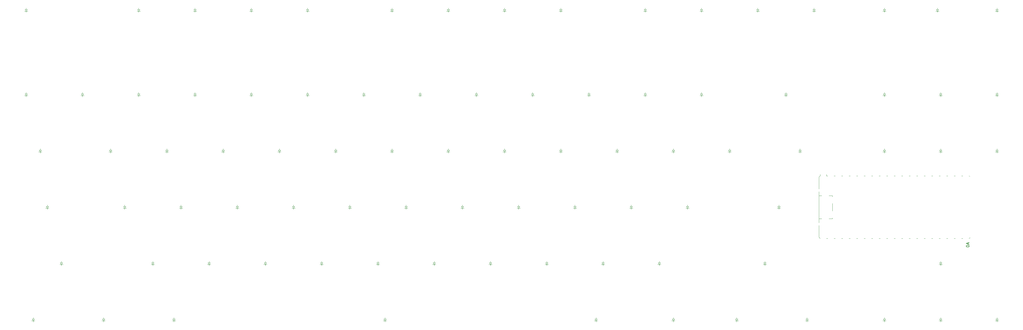
<source format=gbr>
%TF.GenerationSoftware,KiCad,Pcbnew,9.0.6*%
%TF.CreationDate,2025-12-11T01:20:01-06:00*%
%TF.ProjectId,KeyboardPCB,4b657962-6f61-4726-9450-43422e6b6963,rev?*%
%TF.SameCoordinates,Original*%
%TF.FileFunction,Legend,Bot*%
%TF.FilePolarity,Positive*%
%FSLAX46Y46*%
G04 Gerber Fmt 4.6, Leading zero omitted, Abs format (unit mm)*
G04 Created by KiCad (PCBNEW 9.0.6) date 2025-12-11 01:20:01*
%MOMM*%
%LPD*%
G01*
G04 APERTURE LIST*
%ADD10C,0.150000*%
%ADD11C,0.100000*%
%ADD12C,0.120000*%
G04 APERTURE END LIST*
D10*
X363389104Y-113636660D02*
X363389104Y-114112850D01*
X363674819Y-113541422D02*
X362674819Y-113874755D01*
X362674819Y-113874755D02*
X363674819Y-114208088D01*
X362674819Y-114731898D02*
X362674819Y-114827136D01*
X362674819Y-114827136D02*
X362722438Y-114922374D01*
X362722438Y-114922374D02*
X362770057Y-114969993D01*
X362770057Y-114969993D02*
X362865295Y-115017612D01*
X362865295Y-115017612D02*
X363055771Y-115065231D01*
X363055771Y-115065231D02*
X363293866Y-115065231D01*
X363293866Y-115065231D02*
X363484342Y-115017612D01*
X363484342Y-115017612D02*
X363579580Y-114969993D01*
X363579580Y-114969993D02*
X363627200Y-114922374D01*
X363627200Y-114922374D02*
X363674819Y-114827136D01*
X363674819Y-114827136D02*
X363674819Y-114731898D01*
X363674819Y-114731898D02*
X363627200Y-114636660D01*
X363627200Y-114636660D02*
X363579580Y-114589041D01*
X363579580Y-114589041D02*
X363484342Y-114541422D01*
X363484342Y-114541422D02*
X363293866Y-114493803D01*
X363293866Y-114493803D02*
X363055771Y-114493803D01*
X363055771Y-114493803D02*
X362865295Y-114541422D01*
X362865295Y-114541422D02*
X362770057Y-114589041D01*
X362770057Y-114589041D02*
X362722438Y-114636660D01*
X362722438Y-114636660D02*
X362674819Y-114731898D01*
D11*
%TO.C,D37*%
X110725000Y-82300000D02*
X111125000Y-82900000D01*
X111125000Y-82300000D02*
X111125000Y-81800000D01*
X111125000Y-82900000D02*
X111525000Y-82300000D01*
X111125000Y-83300000D02*
X111125000Y-82900000D01*
X111525000Y-82300000D02*
X110725000Y-82300000D01*
X111675000Y-82900000D02*
X110575000Y-82900000D01*
%TO.C,D11*%
X272650000Y-34675000D02*
X273050000Y-35275000D01*
X273050000Y-34675000D02*
X273050000Y-34175000D01*
X273050000Y-35275000D02*
X273450000Y-34675000D01*
X273050000Y-35675000D02*
X273050000Y-35275000D01*
X273450000Y-34675000D02*
X272650000Y-34675000D01*
X273600000Y-35275000D02*
X272500000Y-35275000D01*
%TO.C,D19*%
X82150000Y-63250000D02*
X82550000Y-63850000D01*
X82550000Y-63250000D02*
X82550000Y-62750000D01*
X82550000Y-63850000D02*
X82950000Y-63250000D01*
X82550000Y-64250000D02*
X82550000Y-63850000D01*
X82950000Y-63250000D02*
X82150000Y-63250000D01*
X83100000Y-63850000D02*
X82000000Y-63850000D01*
%TO.C,D25*%
X196450000Y-63250000D02*
X196850000Y-63850000D01*
X196850000Y-63250000D02*
X196850000Y-62750000D01*
X196850000Y-63850000D02*
X197250000Y-63250000D01*
X196850000Y-64250000D02*
X196850000Y-63850000D01*
X197250000Y-63250000D02*
X196450000Y-63250000D01*
X197400000Y-63850000D02*
X196300000Y-63850000D01*
%TO.C,D26*%
X215500000Y-63250000D02*
X215900000Y-63850000D01*
X215900000Y-63250000D02*
X215900000Y-62750000D01*
X215900000Y-63850000D02*
X216300000Y-63250000D01*
X215900000Y-64250000D02*
X215900000Y-63850000D01*
X216300000Y-63250000D02*
X215500000Y-63250000D01*
X216450000Y-63850000D02*
X215350000Y-63850000D01*
%TO.C,D2*%
X82150000Y-34675000D02*
X82550000Y-35275000D01*
X82550000Y-34675000D02*
X82550000Y-34175000D01*
X82550000Y-35275000D02*
X82950000Y-34675000D01*
X82550000Y-35675000D02*
X82550000Y-35275000D01*
X82950000Y-34675000D02*
X82150000Y-34675000D01*
X83100000Y-35275000D02*
X82000000Y-35275000D01*
%TO.C,D33*%
X372662500Y-63250000D02*
X373062500Y-63850000D01*
X373062500Y-63250000D02*
X373062500Y-62750000D01*
X373062500Y-63850000D02*
X373462500Y-63250000D01*
X373062500Y-64250000D02*
X373062500Y-63850000D01*
X373462500Y-63250000D02*
X372662500Y-63250000D01*
X373612500Y-63850000D02*
X372512500Y-63850000D01*
%TO.C,D71*%
X201212500Y-120400000D02*
X201612500Y-121000000D01*
X201612500Y-120400000D02*
X201612500Y-119900000D01*
X201612500Y-121000000D02*
X202012500Y-120400000D01*
X201612500Y-121400000D02*
X201612500Y-121000000D01*
X202012500Y-120400000D02*
X201212500Y-120400000D01*
X202162500Y-121000000D02*
X201062500Y-121000000D01*
%TO.C,D22*%
X139300000Y-63250000D02*
X139700000Y-63850000D01*
X139700000Y-63250000D02*
X139700000Y-62750000D01*
X139700000Y-63850000D02*
X140100000Y-63250000D01*
X139700000Y-64250000D02*
X139700000Y-63850000D01*
X140100000Y-63250000D02*
X139300000Y-63250000D01*
X140250000Y-63850000D02*
X139150000Y-63850000D01*
%TO.C,D42*%
X205975000Y-82300000D02*
X206375000Y-82900000D01*
X206375000Y-82300000D02*
X206375000Y-81800000D01*
X206375000Y-82900000D02*
X206775000Y-82300000D01*
X206375000Y-83300000D02*
X206375000Y-82900000D01*
X206775000Y-82300000D02*
X205975000Y-82300000D01*
X206925000Y-82900000D02*
X205825000Y-82900000D01*
%TO.C,D38*%
X129775000Y-82300000D02*
X130175000Y-82900000D01*
X130175000Y-82300000D02*
X130175000Y-81800000D01*
X130175000Y-82900000D02*
X130575000Y-82300000D01*
X130175000Y-83300000D02*
X130175000Y-82900000D01*
X130575000Y-82300000D02*
X129775000Y-82300000D01*
X130725000Y-82900000D02*
X129625000Y-82900000D01*
%TO.C,D54*%
X115487500Y-101350000D02*
X115887500Y-101950000D01*
X115887500Y-101350000D02*
X115887500Y-100850000D01*
X115887500Y-101950000D02*
X116287500Y-101350000D01*
X115887500Y-102350000D02*
X115887500Y-101950000D01*
X116287500Y-101350000D02*
X115487500Y-101350000D01*
X116437500Y-101950000D02*
X115337500Y-101950000D01*
%TO.C,D4*%
X120250000Y-34675000D02*
X120650000Y-35275000D01*
X120650000Y-34675000D02*
X120650000Y-34175000D01*
X120650000Y-35275000D02*
X121050000Y-34675000D01*
X120650000Y-35675000D02*
X120650000Y-35275000D01*
X121050000Y-34675000D02*
X120250000Y-34675000D01*
X121200000Y-35275000D02*
X120100000Y-35275000D01*
%TO.C,D61*%
X248837500Y-101350000D02*
X249237500Y-101950000D01*
X249237500Y-101350000D02*
X249237500Y-100850000D01*
X249237500Y-101950000D02*
X249637500Y-101350000D01*
X249237500Y-102350000D02*
X249237500Y-101950000D01*
X249637500Y-101350000D02*
X248837500Y-101350000D01*
X249787500Y-101950000D02*
X248687500Y-101950000D01*
%TO.C,D85*%
X334562500Y-139450000D02*
X334962500Y-140050000D01*
X334962500Y-139450000D02*
X334962500Y-138950000D01*
X334962500Y-140050000D02*
X335362500Y-139450000D01*
X334962500Y-140450000D02*
X334962500Y-140050000D01*
X335362500Y-139450000D02*
X334562500Y-139450000D01*
X335512500Y-140050000D02*
X334412500Y-140050000D01*
%TO.C,D36*%
X91675000Y-82300000D02*
X92075000Y-82900000D01*
X92075000Y-82300000D02*
X92075000Y-81800000D01*
X92075000Y-82900000D02*
X92475000Y-82300000D01*
X92075000Y-83300000D02*
X92075000Y-82900000D01*
X92475000Y-82300000D02*
X91675000Y-82300000D01*
X92625000Y-82900000D02*
X91525000Y-82900000D01*
%TO.C,D87*%
X372662500Y-139450000D02*
X373062500Y-140050000D01*
X373062500Y-139450000D02*
X373062500Y-138950000D01*
X373062500Y-140050000D02*
X373462500Y-139450000D01*
X373062500Y-140450000D02*
X373062500Y-140050000D01*
X373462500Y-139450000D02*
X372662500Y-139450000D01*
X373612500Y-140050000D02*
X372512500Y-140050000D01*
%TO.C,D3*%
X101200000Y-34675000D02*
X101600000Y-35275000D01*
X101600000Y-34675000D02*
X101600000Y-34175000D01*
X101600000Y-35275000D02*
X102000000Y-34675000D01*
X101600000Y-35675000D02*
X101600000Y-35275000D01*
X102000000Y-34675000D02*
X101200000Y-34675000D01*
X102150000Y-35275000D02*
X101050000Y-35275000D01*
%TO.C,D14*%
X334562500Y-34675000D02*
X334962500Y-35275000D01*
X334962500Y-34675000D02*
X334962500Y-34175000D01*
X334962500Y-35275000D02*
X335362500Y-34675000D01*
X334962500Y-35675000D02*
X334962500Y-35275000D01*
X335362500Y-34675000D02*
X334562500Y-34675000D01*
X335512500Y-35275000D02*
X334412500Y-35275000D01*
%TO.C,D55*%
X134537500Y-101350000D02*
X134937500Y-101950000D01*
X134937500Y-101350000D02*
X134937500Y-100850000D01*
X134937500Y-101950000D02*
X135337500Y-101350000D01*
X134937500Y-102350000D02*
X134937500Y-101950000D01*
X135337500Y-101350000D02*
X134537500Y-101350000D01*
X135487500Y-101950000D02*
X134387500Y-101950000D01*
%TO.C,D62*%
X267887500Y-101350000D02*
X268287500Y-101950000D01*
X268287500Y-101350000D02*
X268287500Y-100850000D01*
X268287500Y-101950000D02*
X268687500Y-101350000D01*
X268287500Y-102350000D02*
X268287500Y-101950000D01*
X268687500Y-101350000D02*
X267887500Y-101350000D01*
X268837500Y-101950000D02*
X267737500Y-101950000D01*
%TO.C,D27*%
X234550000Y-63250000D02*
X234950000Y-63850000D01*
X234950000Y-63250000D02*
X234950000Y-62750000D01*
X234950000Y-63850000D02*
X235350000Y-63250000D01*
X234950000Y-64250000D02*
X234950000Y-63850000D01*
X235350000Y-63250000D02*
X234550000Y-63250000D01*
X235500000Y-63850000D02*
X234400000Y-63850000D01*
%TO.C,D30*%
X301225000Y-63250000D02*
X301625000Y-63850000D01*
X301625000Y-63250000D02*
X301625000Y-62750000D01*
X301625000Y-63850000D02*
X302025000Y-63250000D01*
X301625000Y-64250000D02*
X301625000Y-63850000D01*
X302025000Y-63250000D02*
X301225000Y-63250000D01*
X302175000Y-63850000D02*
X301075000Y-63850000D01*
%TO.C,D31*%
X334562500Y-63250000D02*
X334962500Y-63850000D01*
X334962500Y-63250000D02*
X334962500Y-62750000D01*
X334962500Y-63850000D02*
X335362500Y-63250000D01*
X334962500Y-64250000D02*
X334962500Y-63850000D01*
X335362500Y-63250000D02*
X334562500Y-63250000D01*
X335512500Y-63850000D02*
X334412500Y-63850000D01*
%TO.C,D77*%
X46431250Y-139450000D02*
X46831250Y-140050000D01*
X46831250Y-139450000D02*
X46831250Y-138950000D01*
X46831250Y-140050000D02*
X47231250Y-139450000D01*
X46831250Y-140450000D02*
X46831250Y-140050000D01*
X47231250Y-139450000D02*
X46431250Y-139450000D01*
X47381250Y-140050000D02*
X46281250Y-140050000D01*
%TO.C,D66*%
X105962500Y-120400000D02*
X106362500Y-121000000D01*
X106362500Y-120400000D02*
X106362500Y-119900000D01*
X106362500Y-121000000D02*
X106762500Y-120400000D01*
X106362500Y-121400000D02*
X106362500Y-121000000D01*
X106762500Y-120400000D02*
X105962500Y-120400000D01*
X106912500Y-121000000D02*
X105812500Y-121000000D01*
%TO.C,D12*%
X291700000Y-34675000D02*
X292100000Y-35275000D01*
X292100000Y-34675000D02*
X292100000Y-34175000D01*
X292100000Y-35275000D02*
X292500000Y-34675000D01*
X292100000Y-35675000D02*
X292100000Y-35275000D01*
X292500000Y-34675000D02*
X291700000Y-34675000D01*
X292650000Y-35275000D02*
X291550000Y-35275000D01*
D12*
%TO.C,A0*%
X312845000Y-91600000D02*
X312845000Y-94090000D01*
X312845000Y-94090000D02*
X312845000Y-95437940D01*
X312845000Y-96362061D02*
X312845000Y-97365000D01*
X312845000Y-97365000D02*
X312845000Y-105835000D01*
X312845000Y-97700000D02*
X313761000Y-97700000D01*
X312845000Y-105500000D02*
X313761000Y-105500000D01*
X312845000Y-105835000D02*
X312845000Y-106837939D01*
X312845000Y-107762061D02*
X312845000Y-109110000D01*
X312845000Y-111600000D02*
X312845000Y-109110000D01*
X313265000Y-91020324D02*
X313265000Y-90510000D01*
X315385000Y-90990000D02*
X315385000Y-90510000D01*
X315385000Y-90990000D02*
X315805000Y-90990000D01*
X315385000Y-112210000D02*
X315805000Y-112210000D01*
X316149000Y-97700000D02*
X317365000Y-97700000D01*
X316149000Y-105500000D02*
X317365000Y-105500000D01*
X317365000Y-97700000D02*
X317365000Y-97996090D01*
X317365000Y-100353910D02*
X317365000Y-102846090D01*
X317365000Y-105203910D02*
X317365000Y-105500000D01*
X317925000Y-90990000D02*
X318345000Y-90990000D01*
X317925000Y-112210000D02*
X318345000Y-112210000D01*
X320465000Y-90990000D02*
X320885000Y-90990000D01*
X320465000Y-112210000D02*
X320885000Y-112210000D01*
X323005000Y-90990000D02*
X323425000Y-90990000D01*
X323005000Y-112210000D02*
X323425000Y-112210000D01*
X325545000Y-90990000D02*
X325965000Y-90990000D01*
X325545000Y-112210000D02*
X325965000Y-112210000D01*
X328085000Y-90990000D02*
X328505000Y-90990000D01*
X328085000Y-112210000D02*
X328505000Y-112210000D01*
X330625000Y-90990000D02*
X331045000Y-90990000D01*
X330625000Y-112210000D02*
X331045000Y-112210000D01*
X333165000Y-90990000D02*
X333585000Y-90990000D01*
X333165000Y-112210000D02*
X333585000Y-112210000D01*
X335705000Y-90990000D02*
X336125000Y-90990000D01*
X335705000Y-112210000D02*
X336125000Y-112210000D01*
X338245000Y-90990000D02*
X338665000Y-90990000D01*
X338245000Y-112210000D02*
X338665000Y-112210000D01*
X340785000Y-90990000D02*
X341205000Y-90990000D01*
X340785000Y-112210000D02*
X341205000Y-112210000D01*
X343325000Y-90990000D02*
X343745000Y-90990000D01*
X343325000Y-112210000D02*
X343745000Y-112210000D01*
X345865000Y-90990000D02*
X346285000Y-90990000D01*
X345865000Y-112210000D02*
X346285000Y-112210000D01*
X348405000Y-90990000D02*
X348825000Y-90990000D01*
X348405000Y-112210000D02*
X348825000Y-112210000D01*
X350945000Y-90990000D02*
X351365000Y-90990000D01*
X350945000Y-112210000D02*
X351365000Y-112210000D01*
X353485000Y-90990000D02*
X353905000Y-90990000D01*
X353485000Y-112210000D02*
X353905000Y-112210000D01*
X356025000Y-90990000D02*
X356445000Y-90990000D01*
X356025000Y-112210000D02*
X356445000Y-112210000D01*
X358565000Y-90990000D02*
X358985000Y-90990000D01*
X358565000Y-112210000D02*
X358985000Y-112210000D01*
X361105000Y-90990000D02*
X361525000Y-90990000D01*
X361105000Y-112210000D02*
X361525000Y-112210000D01*
X312845000Y-91600000D02*
G75*
G02*
X313265000Y-91020324I610051J-16D01*
G01*
X313265063Y-112179676D02*
G75*
G02*
X312845000Y-111600000I189937J579676D01*
G01*
X363644937Y-91020324D02*
G75*
G02*
X363945000Y-91236682I-189945J-579686D01*
G01*
X363945000Y-111963318D02*
G75*
G02*
X363644937Y-112179676I-490000J363318D01*
G01*
D11*
%TO.C,D73*%
X239312500Y-120400000D02*
X239712500Y-121000000D01*
X239712500Y-120400000D02*
X239712500Y-119900000D01*
X239712500Y-121000000D02*
X240112500Y-120400000D01*
X239712500Y-121400000D02*
X239712500Y-121000000D01*
X240112500Y-120400000D02*
X239312500Y-120400000D01*
X240262500Y-121000000D02*
X239162500Y-121000000D01*
%TO.C,D75*%
X294081250Y-120400000D02*
X294481250Y-121000000D01*
X294481250Y-120400000D02*
X294481250Y-119900000D01*
X294481250Y-121000000D02*
X294881250Y-120400000D01*
X294481250Y-121400000D02*
X294481250Y-121000000D01*
X294881250Y-120400000D02*
X294081250Y-120400000D01*
X295031250Y-121000000D02*
X293931250Y-121000000D01*
%TO.C,D29*%
X272650000Y-63250000D02*
X273050000Y-63850000D01*
X273050000Y-63250000D02*
X273050000Y-62750000D01*
X273050000Y-63850000D02*
X273450000Y-63250000D01*
X273050000Y-64250000D02*
X273050000Y-63850000D01*
X273450000Y-63250000D02*
X272650000Y-63250000D01*
X273600000Y-63850000D02*
X272500000Y-63850000D01*
%TO.C,D82*%
X263125000Y-139450000D02*
X263525000Y-140050000D01*
X263525000Y-139450000D02*
X263525000Y-138950000D01*
X263525000Y-140050000D02*
X263925000Y-139450000D01*
X263525000Y-140450000D02*
X263525000Y-140050000D01*
X263925000Y-139450000D02*
X263125000Y-139450000D01*
X264075000Y-140050000D02*
X262975000Y-140050000D01*
%TO.C,D6*%
X167875000Y-34675000D02*
X168275000Y-35275000D01*
X168275000Y-34675000D02*
X168275000Y-34175000D01*
X168275000Y-35275000D02*
X168675000Y-34675000D01*
X168275000Y-35675000D02*
X168275000Y-35275000D01*
X168675000Y-34675000D02*
X167875000Y-34675000D01*
X168825000Y-35275000D02*
X167725000Y-35275000D01*
%TO.C,D10*%
X253600000Y-34675000D02*
X254000000Y-35275000D01*
X254000000Y-34675000D02*
X254000000Y-34175000D01*
X254000000Y-35275000D02*
X254400000Y-34675000D01*
X254000000Y-35675000D02*
X254000000Y-35275000D01*
X254400000Y-34675000D02*
X253600000Y-34675000D01*
X254550000Y-35275000D02*
X253450000Y-35275000D01*
%TO.C,D41*%
X186925000Y-82300000D02*
X187325000Y-82900000D01*
X187325000Y-82300000D02*
X187325000Y-81800000D01*
X187325000Y-82900000D02*
X187725000Y-82300000D01*
X187325000Y-83300000D02*
X187325000Y-82900000D01*
X187725000Y-82300000D02*
X186925000Y-82300000D01*
X187875000Y-82900000D02*
X186775000Y-82900000D01*
%TO.C,D60*%
X229787500Y-101350000D02*
X230187500Y-101950000D01*
X230187500Y-101350000D02*
X230187500Y-100850000D01*
X230187500Y-101950000D02*
X230587500Y-101350000D01*
X230187500Y-102350000D02*
X230187500Y-101950000D01*
X230587500Y-101350000D02*
X229787500Y-101350000D01*
X230737500Y-101950000D02*
X229637500Y-101950000D01*
%TO.C,D81*%
X236931250Y-139450000D02*
X237331250Y-140050000D01*
X237331250Y-139450000D02*
X237331250Y-138950000D01*
X237331250Y-140050000D02*
X237731250Y-139450000D01*
X237331250Y-140450000D02*
X237331250Y-140050000D01*
X237731250Y-139450000D02*
X236931250Y-139450000D01*
X237881250Y-140050000D02*
X236781250Y-140050000D01*
%TO.C,D28*%
X253600000Y-63250000D02*
X254000000Y-63850000D01*
X254000000Y-63250000D02*
X254000000Y-62750000D01*
X254000000Y-63850000D02*
X254400000Y-63250000D01*
X254000000Y-64250000D02*
X254000000Y-63850000D01*
X254400000Y-63250000D02*
X253600000Y-63250000D01*
X254550000Y-63850000D02*
X253450000Y-63850000D01*
%TO.C,D46*%
X282175000Y-82300000D02*
X282575000Y-82900000D01*
X282575000Y-82300000D02*
X282575000Y-81800000D01*
X282575000Y-82900000D02*
X282975000Y-82300000D01*
X282575000Y-83300000D02*
X282575000Y-82900000D01*
X282975000Y-82300000D02*
X282175000Y-82300000D01*
X283125000Y-82900000D02*
X282025000Y-82900000D01*
%TO.C,D8*%
X205975000Y-34675000D02*
X206375000Y-35275000D01*
X206375000Y-34675000D02*
X206375000Y-34175000D01*
X206375000Y-35275000D02*
X206775000Y-34675000D01*
X206375000Y-35675000D02*
X206375000Y-35275000D01*
X206775000Y-34675000D02*
X205975000Y-34675000D01*
X206925000Y-35275000D02*
X205825000Y-35275000D01*
%TO.C,D65*%
X86912500Y-120400000D02*
X87312500Y-121000000D01*
X87312500Y-120400000D02*
X87312500Y-119900000D01*
X87312500Y-121000000D02*
X87712500Y-120400000D01*
X87312500Y-121400000D02*
X87312500Y-121000000D01*
X87712500Y-120400000D02*
X86912500Y-120400000D01*
X87862500Y-121000000D02*
X86762500Y-121000000D01*
%TO.C,D53*%
X96437500Y-101350000D02*
X96837500Y-101950000D01*
X96837500Y-101350000D02*
X96837500Y-100850000D01*
X96837500Y-101950000D02*
X97237500Y-101350000D01*
X96837500Y-102350000D02*
X96837500Y-101950000D01*
X97237500Y-101350000D02*
X96437500Y-101350000D01*
X97387500Y-101950000D02*
X96287500Y-101950000D01*
%TO.C,D78*%
X70243750Y-139450000D02*
X70643750Y-140050000D01*
X70643750Y-139450000D02*
X70643750Y-138950000D01*
X70643750Y-140050000D02*
X71043750Y-139450000D01*
X70643750Y-140450000D02*
X70643750Y-140050000D01*
X71043750Y-139450000D02*
X70243750Y-139450000D01*
X71193750Y-140050000D02*
X70093750Y-140050000D01*
%TO.C,D13*%
X310750000Y-34675000D02*
X311150000Y-35275000D01*
X311150000Y-34675000D02*
X311150000Y-34175000D01*
X311150000Y-35275000D02*
X311550000Y-34675000D01*
X311150000Y-35675000D02*
X311150000Y-35275000D01*
X311550000Y-34675000D02*
X310750000Y-34675000D01*
X311700000Y-35275000D02*
X310600000Y-35275000D01*
%TO.C,D69*%
X163112500Y-120400000D02*
X163512500Y-121000000D01*
X163512500Y-120400000D02*
X163512500Y-119900000D01*
X163512500Y-121000000D02*
X163912500Y-120400000D01*
X163512500Y-121400000D02*
X163512500Y-121000000D01*
X163912500Y-120400000D02*
X163112500Y-120400000D01*
X164062500Y-121000000D02*
X162962500Y-121000000D01*
%TO.C,D52*%
X77387500Y-101350000D02*
X77787500Y-101950000D01*
X77787500Y-101350000D02*
X77787500Y-100850000D01*
X77787500Y-101950000D02*
X78187500Y-101350000D01*
X77787500Y-102350000D02*
X77787500Y-101950000D01*
X78187500Y-101350000D02*
X77387500Y-101350000D01*
X78337500Y-101950000D02*
X77237500Y-101950000D01*
%TO.C,D45*%
X263125000Y-82300000D02*
X263525000Y-82900000D01*
X263525000Y-82300000D02*
X263525000Y-81800000D01*
X263525000Y-82900000D02*
X263925000Y-82300000D01*
X263525000Y-83300000D02*
X263525000Y-82900000D01*
X263925000Y-82300000D02*
X263125000Y-82300000D01*
X264075000Y-82900000D02*
X262975000Y-82900000D01*
%TO.C,D50*%
X372662500Y-82300000D02*
X373062500Y-82900000D01*
X373062500Y-82300000D02*
X373062500Y-81800000D01*
X373062500Y-82900000D02*
X373462500Y-82300000D01*
X373062500Y-83300000D02*
X373062500Y-82900000D01*
X373462500Y-82300000D02*
X372662500Y-82300000D01*
X373612500Y-82900000D02*
X372512500Y-82900000D01*
%TO.C,D80*%
X165493750Y-139450000D02*
X165893750Y-140050000D01*
X165893750Y-139450000D02*
X165893750Y-138950000D01*
X165893750Y-140050000D02*
X166293750Y-139450000D01*
X165893750Y-140450000D02*
X165893750Y-140050000D01*
X166293750Y-139450000D02*
X165493750Y-139450000D01*
X166443750Y-140050000D02*
X165343750Y-140050000D01*
%TO.C,D35*%
X72625000Y-82300000D02*
X73025000Y-82900000D01*
X73025000Y-82300000D02*
X73025000Y-81800000D01*
X73025000Y-82900000D02*
X73425000Y-82300000D01*
X73025000Y-83300000D02*
X73025000Y-82900000D01*
X73425000Y-82300000D02*
X72625000Y-82300000D01*
X73575000Y-82900000D02*
X72475000Y-82900000D01*
%TO.C,D23*%
X158350000Y-63250000D02*
X158750000Y-63850000D01*
X158750000Y-63250000D02*
X158750000Y-62750000D01*
X158750000Y-63850000D02*
X159150000Y-63250000D01*
X158750000Y-64250000D02*
X158750000Y-63850000D01*
X159150000Y-63250000D02*
X158350000Y-63250000D01*
X159300000Y-63850000D02*
X158200000Y-63850000D01*
%TO.C,D9*%
X225025000Y-34675000D02*
X225425000Y-35275000D01*
X225425000Y-34675000D02*
X225425000Y-34175000D01*
X225425000Y-35275000D02*
X225825000Y-34675000D01*
X225425000Y-35675000D02*
X225425000Y-35275000D01*
X225825000Y-34675000D02*
X225025000Y-34675000D01*
X225975000Y-35275000D02*
X224875000Y-35275000D01*
%TO.C,D76*%
X353612500Y-120400000D02*
X354012500Y-121000000D01*
X354012500Y-120400000D02*
X354012500Y-119900000D01*
X354012500Y-121000000D02*
X354412500Y-120400000D01*
X354012500Y-121400000D02*
X354012500Y-121000000D01*
X354412500Y-120400000D02*
X353612500Y-120400000D01*
X354562500Y-121000000D02*
X353462500Y-121000000D01*
%TO.C,D72*%
X220262500Y-120400000D02*
X220662500Y-121000000D01*
X220662500Y-120400000D02*
X220662500Y-119900000D01*
X220662500Y-121000000D02*
X221062500Y-120400000D01*
X220662500Y-121400000D02*
X220662500Y-121000000D01*
X221062500Y-120400000D02*
X220262500Y-120400000D01*
X221212500Y-121000000D02*
X220112500Y-121000000D01*
%TO.C,D57*%
X172637500Y-101350000D02*
X173037500Y-101950000D01*
X173037500Y-101350000D02*
X173037500Y-100850000D01*
X173037500Y-101950000D02*
X173437500Y-101350000D01*
X173037500Y-102350000D02*
X173037500Y-101950000D01*
X173437500Y-101350000D02*
X172637500Y-101350000D01*
X173587500Y-101950000D02*
X172487500Y-101950000D01*
%TO.C,D1*%
X44050000Y-34675000D02*
X44450000Y-35275000D01*
X44450000Y-34675000D02*
X44450000Y-34175000D01*
X44450000Y-35275000D02*
X44850000Y-34675000D01*
X44450000Y-35675000D02*
X44450000Y-35275000D01*
X44850000Y-34675000D02*
X44050000Y-34675000D01*
X45000000Y-35275000D02*
X43900000Y-35275000D01*
%TO.C,D20*%
X101200000Y-63250000D02*
X101600000Y-63850000D01*
X101600000Y-63250000D02*
X101600000Y-62750000D01*
X101600000Y-63850000D02*
X102000000Y-63250000D01*
X101600000Y-64250000D02*
X101600000Y-63850000D01*
X102000000Y-63250000D02*
X101200000Y-63250000D01*
X102150000Y-63850000D02*
X101050000Y-63850000D01*
%TO.C,D21*%
X120250000Y-63250000D02*
X120650000Y-63850000D01*
X120650000Y-63250000D02*
X120650000Y-62750000D01*
X120650000Y-63850000D02*
X121050000Y-63250000D01*
X120650000Y-64250000D02*
X120650000Y-63850000D01*
X121050000Y-63250000D02*
X120250000Y-63250000D01*
X121200000Y-63850000D02*
X120100000Y-63850000D01*
%TO.C,D32*%
X353612500Y-63250000D02*
X354012500Y-63850000D01*
X354012500Y-63250000D02*
X354012500Y-62750000D01*
X354012500Y-63850000D02*
X354412500Y-63250000D01*
X354012500Y-64250000D02*
X354012500Y-63850000D01*
X354412500Y-63250000D02*
X353612500Y-63250000D01*
X354562500Y-63850000D02*
X353462500Y-63850000D01*
%TO.C,D58*%
X191687500Y-101350000D02*
X192087500Y-101950000D01*
X192087500Y-101350000D02*
X192087500Y-100850000D01*
X192087500Y-101950000D02*
X192487500Y-101350000D01*
X192087500Y-102350000D02*
X192087500Y-101950000D01*
X192487500Y-101350000D02*
X191687500Y-101350000D01*
X192637500Y-101950000D02*
X191537500Y-101950000D01*
%TO.C,D43*%
X225025000Y-82300000D02*
X225425000Y-82900000D01*
X225425000Y-82300000D02*
X225425000Y-81800000D01*
X225425000Y-82900000D02*
X225825000Y-82300000D01*
X225425000Y-83300000D02*
X225425000Y-82900000D01*
X225825000Y-82300000D02*
X225025000Y-82300000D01*
X225975000Y-82900000D02*
X224875000Y-82900000D01*
%TO.C,D47*%
X305987500Y-82300000D02*
X306387500Y-82900000D01*
X306387500Y-82300000D02*
X306387500Y-81800000D01*
X306387500Y-82900000D02*
X306787500Y-82300000D01*
X306387500Y-83300000D02*
X306387500Y-82900000D01*
X306787500Y-82300000D02*
X305987500Y-82300000D01*
X306937500Y-82900000D02*
X305837500Y-82900000D01*
%TO.C,D18*%
X63100000Y-63250000D02*
X63500000Y-63850000D01*
X63500000Y-63250000D02*
X63500000Y-62750000D01*
X63500000Y-63850000D02*
X63900000Y-63250000D01*
X63500000Y-64250000D02*
X63500000Y-63850000D01*
X63900000Y-63250000D02*
X63100000Y-63250000D01*
X64050000Y-63850000D02*
X62950000Y-63850000D01*
%TO.C,D64*%
X55956250Y-120400000D02*
X56356250Y-121000000D01*
X56356250Y-120400000D02*
X56356250Y-119900000D01*
X56356250Y-121000000D02*
X56756250Y-120400000D01*
X56356250Y-121400000D02*
X56356250Y-121000000D01*
X56756250Y-120400000D02*
X55956250Y-120400000D01*
X56906250Y-121000000D02*
X55806250Y-121000000D01*
%TO.C,D49*%
X353612500Y-82300000D02*
X354012500Y-82900000D01*
X354012500Y-82300000D02*
X354012500Y-81800000D01*
X354012500Y-82900000D02*
X354412500Y-82300000D01*
X354012500Y-83300000D02*
X354012500Y-82900000D01*
X354412500Y-82300000D02*
X353612500Y-82300000D01*
X354562500Y-82900000D02*
X353462500Y-82900000D01*
%TO.C,D16*%
X372662500Y-34675000D02*
X373062500Y-35275000D01*
X373062500Y-34675000D02*
X373062500Y-34175000D01*
X373062500Y-35275000D02*
X373462500Y-34675000D01*
X373062500Y-35675000D02*
X373062500Y-35275000D01*
X373462500Y-34675000D02*
X372662500Y-34675000D01*
X373612500Y-35275000D02*
X372512500Y-35275000D01*
%TO.C,D51*%
X51193750Y-101350000D02*
X51593750Y-101950000D01*
X51593750Y-101350000D02*
X51593750Y-100850000D01*
X51593750Y-101950000D02*
X51993750Y-101350000D01*
X51593750Y-102350000D02*
X51593750Y-101950000D01*
X51993750Y-101350000D02*
X51193750Y-101350000D01*
X52143750Y-101950000D02*
X51043750Y-101950000D01*
%TO.C,D15*%
X352500000Y-34675000D02*
X352900000Y-35275000D01*
X352900000Y-34675000D02*
X352900000Y-34175000D01*
X352900000Y-35275000D02*
X353300000Y-34675000D01*
X352900000Y-35675000D02*
X352900000Y-35275000D01*
X353300000Y-34675000D02*
X352500000Y-34675000D01*
X353450000Y-35275000D02*
X352350000Y-35275000D01*
%TO.C,D39*%
X148825000Y-82300000D02*
X149225000Y-82900000D01*
X149225000Y-82300000D02*
X149225000Y-81800000D01*
X149225000Y-82900000D02*
X149625000Y-82300000D01*
X149225000Y-83300000D02*
X149225000Y-82900000D01*
X149625000Y-82300000D02*
X148825000Y-82300000D01*
X149775000Y-82900000D02*
X148675000Y-82900000D01*
%TO.C,D59*%
X210737500Y-101350000D02*
X211137500Y-101950000D01*
X211137500Y-101350000D02*
X211137500Y-100850000D01*
X211137500Y-101950000D02*
X211537500Y-101350000D01*
X211137500Y-102350000D02*
X211137500Y-101950000D01*
X211537500Y-101350000D02*
X210737500Y-101350000D01*
X211687500Y-101950000D02*
X210587500Y-101950000D01*
%TO.C,D67*%
X125012500Y-120400000D02*
X125412500Y-121000000D01*
X125412500Y-120400000D02*
X125412500Y-119900000D01*
X125412500Y-121000000D02*
X125812500Y-120400000D01*
X125412500Y-121400000D02*
X125412500Y-121000000D01*
X125812500Y-120400000D02*
X125012500Y-120400000D01*
X125962500Y-121000000D02*
X124862500Y-121000000D01*
%TO.C,D34*%
X48812500Y-82300000D02*
X49212500Y-82900000D01*
X49212500Y-82300000D02*
X49212500Y-81800000D01*
X49212500Y-82900000D02*
X49612500Y-82300000D01*
X49212500Y-83300000D02*
X49212500Y-82900000D01*
X49612500Y-82300000D02*
X48812500Y-82300000D01*
X49762500Y-82900000D02*
X48662500Y-82900000D01*
%TO.C,D63*%
X298843750Y-101350000D02*
X299243750Y-101950000D01*
X299243750Y-101350000D02*
X299243750Y-100850000D01*
X299243750Y-101950000D02*
X299643750Y-101350000D01*
X299243750Y-102350000D02*
X299243750Y-101950000D01*
X299643750Y-101350000D02*
X298843750Y-101350000D01*
X299793750Y-101950000D02*
X298693750Y-101950000D01*
%TO.C,D24*%
X177400000Y-63250000D02*
X177800000Y-63850000D01*
X177800000Y-63250000D02*
X177800000Y-62750000D01*
X177800000Y-63850000D02*
X178200000Y-63250000D01*
X177800000Y-64250000D02*
X177800000Y-63850000D01*
X178200000Y-63250000D02*
X177400000Y-63250000D01*
X178350000Y-63850000D02*
X177250000Y-63850000D01*
%TO.C,D68*%
X144062500Y-120400000D02*
X144462500Y-121000000D01*
X144462500Y-120400000D02*
X144462500Y-119900000D01*
X144462500Y-121000000D02*
X144862500Y-120400000D01*
X144462500Y-121400000D02*
X144462500Y-121000000D01*
X144862500Y-120400000D02*
X144062500Y-120400000D01*
X145012500Y-121000000D02*
X143912500Y-121000000D01*
%TO.C,D84*%
X308368750Y-139450000D02*
X308768750Y-140050000D01*
X308768750Y-139450000D02*
X308768750Y-138950000D01*
X308768750Y-140050000D02*
X309168750Y-139450000D01*
X308768750Y-140450000D02*
X308768750Y-140050000D01*
X309168750Y-139450000D02*
X308368750Y-139450000D01*
X309318750Y-140050000D02*
X308218750Y-140050000D01*
%TO.C,D5*%
X139300000Y-34675000D02*
X139700000Y-35275000D01*
X139700000Y-34675000D02*
X139700000Y-34175000D01*
X139700000Y-35275000D02*
X140100000Y-34675000D01*
X139700000Y-35675000D02*
X139700000Y-35275000D01*
X140100000Y-34675000D02*
X139300000Y-34675000D01*
X140250000Y-35275000D02*
X139150000Y-35275000D01*
%TO.C,D44*%
X244075000Y-82300000D02*
X244475000Y-82900000D01*
X244475000Y-82300000D02*
X244475000Y-81800000D01*
X244475000Y-82900000D02*
X244875000Y-82300000D01*
X244475000Y-83300000D02*
X244475000Y-82900000D01*
X244875000Y-82300000D02*
X244075000Y-82300000D01*
X245025000Y-82900000D02*
X243925000Y-82900000D01*
%TO.C,D56*%
X153587500Y-101350000D02*
X153987500Y-101950000D01*
X153987500Y-101350000D02*
X153987500Y-100850000D01*
X153987500Y-101950000D02*
X154387500Y-101350000D01*
X153987500Y-102350000D02*
X153987500Y-101950000D01*
X154387500Y-101350000D02*
X153587500Y-101350000D01*
X154537500Y-101950000D02*
X153437500Y-101950000D01*
%TO.C,D74*%
X258362500Y-120400000D02*
X258762500Y-121000000D01*
X258762500Y-120400000D02*
X258762500Y-119900000D01*
X258762500Y-121000000D02*
X259162500Y-120400000D01*
X258762500Y-121400000D02*
X258762500Y-121000000D01*
X259162500Y-120400000D02*
X258362500Y-120400000D01*
X259312500Y-121000000D02*
X258212500Y-121000000D01*
%TO.C,D86*%
X353612500Y-139450000D02*
X354012500Y-140050000D01*
X354012500Y-139450000D02*
X354012500Y-138950000D01*
X354012500Y-140050000D02*
X354412500Y-139450000D01*
X354012500Y-140450000D02*
X354012500Y-140050000D01*
X354412500Y-139450000D02*
X353612500Y-139450000D01*
X354562500Y-140050000D02*
X353462500Y-140050000D01*
%TO.C,D79*%
X94056250Y-139450000D02*
X94456250Y-140050000D01*
X94456250Y-139450000D02*
X94456250Y-138950000D01*
X94456250Y-140050000D02*
X94856250Y-139450000D01*
X94456250Y-140450000D02*
X94456250Y-140050000D01*
X94856250Y-139450000D02*
X94056250Y-139450000D01*
X95006250Y-140050000D02*
X93906250Y-140050000D01*
%TO.C,D70*%
X182162500Y-120400000D02*
X182562500Y-121000000D01*
X182562500Y-120400000D02*
X182562500Y-119900000D01*
X182562500Y-121000000D02*
X182962500Y-120400000D01*
X182562500Y-121400000D02*
X182562500Y-121000000D01*
X182962500Y-120400000D02*
X182162500Y-120400000D01*
X183112500Y-121000000D02*
X182012500Y-121000000D01*
%TO.C,D48*%
X334562500Y-82300000D02*
X334962500Y-82900000D01*
X334962500Y-82300000D02*
X334962500Y-81800000D01*
X334962500Y-82900000D02*
X335362500Y-82300000D01*
X334962500Y-83300000D02*
X334962500Y-82900000D01*
X335362500Y-82300000D02*
X334562500Y-82300000D01*
X335512500Y-82900000D02*
X334412500Y-82900000D01*
%TO.C,D17*%
X44050000Y-63250000D02*
X44450000Y-63850000D01*
X44450000Y-63250000D02*
X44450000Y-62750000D01*
X44450000Y-63850000D02*
X44850000Y-63250000D01*
X44450000Y-64250000D02*
X44450000Y-63850000D01*
X44850000Y-63250000D02*
X44050000Y-63250000D01*
X45000000Y-63850000D02*
X43900000Y-63850000D01*
%TO.C,D7*%
X186925000Y-34675000D02*
X187325000Y-35275000D01*
X187325000Y-34675000D02*
X187325000Y-34175000D01*
X187325000Y-35275000D02*
X187725000Y-34675000D01*
X187325000Y-35675000D02*
X187325000Y-35275000D01*
X187725000Y-34675000D02*
X186925000Y-34675000D01*
X187875000Y-35275000D02*
X186775000Y-35275000D01*
%TO.C,D40*%
X167875000Y-82300000D02*
X168275000Y-82900000D01*
X168275000Y-82300000D02*
X168275000Y-81800000D01*
X168275000Y-82900000D02*
X168675000Y-82300000D01*
X168275000Y-83300000D02*
X168275000Y-82900000D01*
X168675000Y-82300000D02*
X167875000Y-82300000D01*
X168825000Y-82900000D02*
X167725000Y-82900000D01*
%TO.C,D83*%
X284556250Y-139450000D02*
X284956250Y-140050000D01*
X284956250Y-139450000D02*
X284956250Y-138950000D01*
X284956250Y-140050000D02*
X285356250Y-139450000D01*
X284956250Y-140450000D02*
X284956250Y-140050000D01*
X285356250Y-139450000D02*
X284556250Y-139450000D01*
X285506250Y-140050000D02*
X284406250Y-140050000D01*
%TD*%
M02*

</source>
